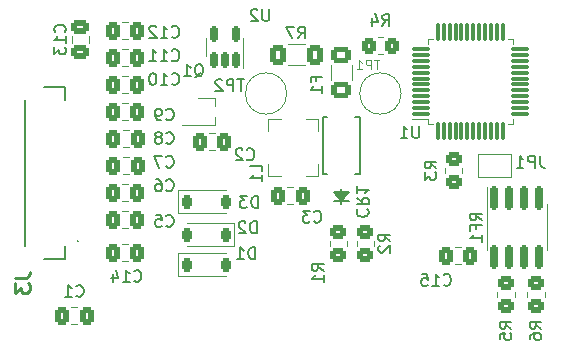
<source format=gbo>
%TF.GenerationSoftware,KiCad,Pcbnew,7.0.5*%
%TF.CreationDate,2023-07-22T13:56:16+02:00*%
%TF.ProjectId,eink-NFC,65696e6b-2d4e-4464-932e-6b696361645f,rev?*%
%TF.SameCoordinates,Original*%
%TF.FileFunction,Legend,Bot*%
%TF.FilePolarity,Positive*%
%FSLAX46Y46*%
G04 Gerber Fmt 4.6, Leading zero omitted, Abs format (unit mm)*
G04 Created by KiCad (PCBNEW 7.0.5) date 2023-07-22 13:56:16*
%MOMM*%
%LPD*%
G01*
G04 APERTURE LIST*
G04 Aperture macros list*
%AMRoundRect*
0 Rectangle with rounded corners*
0 $1 Rounding radius*
0 $2 $3 $4 $5 $6 $7 $8 $9 X,Y pos of 4 corners*
0 Add a 4 corners polygon primitive as box body*
4,1,4,$2,$3,$4,$5,$6,$7,$8,$9,$2,$3,0*
0 Add four circle primitives for the rounded corners*
1,1,$1+$1,$2,$3*
1,1,$1+$1,$4,$5*
1,1,$1+$1,$6,$7*
1,1,$1+$1,$8,$9*
0 Add four rect primitives between the rounded corners*
20,1,$1+$1,$2,$3,$4,$5,0*
20,1,$1+$1,$4,$5,$6,$7,0*
20,1,$1+$1,$6,$7,$8,$9,0*
20,1,$1+$1,$8,$9,$2,$3,0*%
G04 Aperture macros list end*
%ADD10C,0.150000*%
%ADD11C,0.254000*%
%ADD12C,0.125000*%
%ADD13C,0.120000*%
%ADD14C,0.200000*%
%ADD15C,0.100000*%
%ADD16C,0.152400*%
%ADD17RoundRect,0.075000X-0.075000X-0.662500X0.075000X-0.662500X0.075000X0.662500X-0.075000X0.662500X0*%
%ADD18RoundRect,0.075000X-0.662500X-0.075000X0.662500X-0.075000X0.662500X0.075000X-0.662500X0.075000X0*%
%ADD19R,1.500000X0.450000*%
%ADD20RoundRect,0.150000X0.150000X-0.512500X0.150000X0.512500X-0.150000X0.512500X-0.150000X-0.512500X0*%
%ADD21RoundRect,0.150000X-0.150000X0.825000X-0.150000X-0.825000X0.150000X-0.825000X0.150000X0.825000X0*%
%ADD22C,1.800000*%
%ADD23O,1.700000X1.700000*%
%ADD24R,1.700000X1.700000*%
%ADD25RoundRect,0.250000X0.337500X0.475000X-0.337500X0.475000X-0.337500X-0.475000X0.337500X-0.475000X0*%
%ADD26R,3.600000X1.500000*%
%ADD27RoundRect,0.250000X-0.350000X-0.450000X0.350000X-0.450000X0.350000X0.450000X-0.350000X0.450000X0*%
%ADD28RoundRect,0.250000X-0.475000X0.337500X-0.475000X-0.337500X0.475000X-0.337500X0.475000X0.337500X0*%
%ADD29R,0.800000X0.300000*%
%ADD30R,1.000000X0.950000*%
%ADD31RoundRect,0.250000X0.400000X0.625000X-0.400000X0.625000X-0.400000X-0.625000X0.400000X-0.625000X0*%
%ADD32RoundRect,0.225000X-0.225000X-0.375000X0.225000X-0.375000X0.225000X0.375000X-0.225000X0.375000X0*%
%ADD33RoundRect,0.250000X0.450000X-0.350000X0.450000X0.350000X-0.450000X0.350000X-0.450000X-0.350000X0*%
%ADD34RoundRect,0.250001X0.624999X-0.462499X0.624999X0.462499X-0.624999X0.462499X-0.624999X-0.462499X0*%
%ADD35R,1.701800X2.209800*%
%ADD36R,1.000000X1.500000*%
%ADD37RoundRect,0.250000X-0.450000X0.350000X-0.450000X-0.350000X0.450000X-0.350000X0.450000X0.350000X0*%
%ADD38C,3.000000*%
%ADD39RoundRect,0.250000X-0.337500X-0.475000X0.337500X-0.475000X0.337500X0.475000X-0.337500X0.475000X0*%
%ADD40RoundRect,0.225000X0.225000X0.375000X-0.225000X0.375000X-0.225000X-0.375000X0.225000X-0.375000X0*%
G04 APERTURE END LIST*
D10*
%TO.C,U1*%
X147573904Y-77940819D02*
X147573904Y-78750342D01*
X147573904Y-78750342D02*
X147526285Y-78845580D01*
X147526285Y-78845580D02*
X147478666Y-78893200D01*
X147478666Y-78893200D02*
X147383428Y-78940819D01*
X147383428Y-78940819D02*
X147192952Y-78940819D01*
X147192952Y-78940819D02*
X147097714Y-78893200D01*
X147097714Y-78893200D02*
X147050095Y-78845580D01*
X147050095Y-78845580D02*
X147002476Y-78750342D01*
X147002476Y-78750342D02*
X147002476Y-77940819D01*
X146002476Y-78940819D02*
X146573904Y-78940819D01*
X146288190Y-78940819D02*
X146288190Y-77940819D01*
X146288190Y-77940819D02*
X146383428Y-78083676D01*
X146383428Y-78083676D02*
X146478666Y-78178914D01*
X146478666Y-78178914D02*
X146573904Y-78226533D01*
%TO.C,Q1*%
X128568438Y-73803657D02*
X128663676Y-73756038D01*
X128663676Y-73756038D02*
X128758914Y-73660800D01*
X128758914Y-73660800D02*
X128901771Y-73517942D01*
X128901771Y-73517942D02*
X128997009Y-73470323D01*
X128997009Y-73470323D02*
X129092247Y-73470323D01*
X129044628Y-73708419D02*
X129139866Y-73660800D01*
X129139866Y-73660800D02*
X129235104Y-73565561D01*
X129235104Y-73565561D02*
X129282723Y-73375085D01*
X129282723Y-73375085D02*
X129282723Y-73041752D01*
X129282723Y-73041752D02*
X129235104Y-72851276D01*
X129235104Y-72851276D02*
X129139866Y-72756038D01*
X129139866Y-72756038D02*
X129044628Y-72708419D01*
X129044628Y-72708419D02*
X128854152Y-72708419D01*
X128854152Y-72708419D02*
X128758914Y-72756038D01*
X128758914Y-72756038D02*
X128663676Y-72851276D01*
X128663676Y-72851276D02*
X128616057Y-73041752D01*
X128616057Y-73041752D02*
X128616057Y-73375085D01*
X128616057Y-73375085D02*
X128663676Y-73565561D01*
X128663676Y-73565561D02*
X128758914Y-73660800D01*
X128758914Y-73660800D02*
X128854152Y-73708419D01*
X128854152Y-73708419D02*
X129044628Y-73708419D01*
X127663676Y-73708419D02*
X128235104Y-73708419D01*
X127949390Y-73708419D02*
X127949390Y-72708419D01*
X127949390Y-72708419D02*
X128044628Y-72851276D01*
X128044628Y-72851276D02*
X128139866Y-72946514D01*
X128139866Y-72946514D02*
X128235104Y-72994133D01*
%TO.C,U2*%
X134873904Y-68034819D02*
X134873904Y-68844342D01*
X134873904Y-68844342D02*
X134826285Y-68939580D01*
X134826285Y-68939580D02*
X134778666Y-68987200D01*
X134778666Y-68987200D02*
X134683428Y-69034819D01*
X134683428Y-69034819D02*
X134492952Y-69034819D01*
X134492952Y-69034819D02*
X134397714Y-68987200D01*
X134397714Y-68987200D02*
X134350095Y-68939580D01*
X134350095Y-68939580D02*
X134302476Y-68844342D01*
X134302476Y-68844342D02*
X134302476Y-68034819D01*
X133873904Y-68130057D02*
X133826285Y-68082438D01*
X133826285Y-68082438D02*
X133731047Y-68034819D01*
X133731047Y-68034819D02*
X133492952Y-68034819D01*
X133492952Y-68034819D02*
X133397714Y-68082438D01*
X133397714Y-68082438D02*
X133350095Y-68130057D01*
X133350095Y-68130057D02*
X133302476Y-68225295D01*
X133302476Y-68225295D02*
X133302476Y-68320533D01*
X133302476Y-68320533D02*
X133350095Y-68463390D01*
X133350095Y-68463390D02*
X133921523Y-69034819D01*
X133921523Y-69034819D02*
X133302476Y-69034819D01*
%TO.C,RF1*%
X152909219Y-85917161D02*
X152433028Y-85583828D01*
X152909219Y-85345733D02*
X151909219Y-85345733D01*
X151909219Y-85345733D02*
X151909219Y-85726685D01*
X151909219Y-85726685D02*
X151956838Y-85821923D01*
X151956838Y-85821923D02*
X152004457Y-85869542D01*
X152004457Y-85869542D02*
X152099695Y-85917161D01*
X152099695Y-85917161D02*
X152242552Y-85917161D01*
X152242552Y-85917161D02*
X152337790Y-85869542D01*
X152337790Y-85869542D02*
X152385409Y-85821923D01*
X152385409Y-85821923D02*
X152433028Y-85726685D01*
X152433028Y-85726685D02*
X152433028Y-85345733D01*
X152385409Y-86679066D02*
X152385409Y-86345733D01*
X152909219Y-86345733D02*
X151909219Y-86345733D01*
X151909219Y-86345733D02*
X151909219Y-86821923D01*
X152909219Y-87726685D02*
X152909219Y-87155257D01*
X152909219Y-87440971D02*
X151909219Y-87440971D01*
X151909219Y-87440971D02*
X152052076Y-87345733D01*
X152052076Y-87345733D02*
X152147314Y-87250495D01*
X152147314Y-87250495D02*
X152194933Y-87155257D01*
%TO.C,C15*%
X149642857Y-91359580D02*
X149690476Y-91407200D01*
X149690476Y-91407200D02*
X149833333Y-91454819D01*
X149833333Y-91454819D02*
X149928571Y-91454819D01*
X149928571Y-91454819D02*
X150071428Y-91407200D01*
X150071428Y-91407200D02*
X150166666Y-91311961D01*
X150166666Y-91311961D02*
X150214285Y-91216723D01*
X150214285Y-91216723D02*
X150261904Y-91026247D01*
X150261904Y-91026247D02*
X150261904Y-90883390D01*
X150261904Y-90883390D02*
X150214285Y-90692914D01*
X150214285Y-90692914D02*
X150166666Y-90597676D01*
X150166666Y-90597676D02*
X150071428Y-90502438D01*
X150071428Y-90502438D02*
X149928571Y-90454819D01*
X149928571Y-90454819D02*
X149833333Y-90454819D01*
X149833333Y-90454819D02*
X149690476Y-90502438D01*
X149690476Y-90502438D02*
X149642857Y-90550057D01*
X148690476Y-91454819D02*
X149261904Y-91454819D01*
X148976190Y-91454819D02*
X148976190Y-90454819D01*
X148976190Y-90454819D02*
X149071428Y-90597676D01*
X149071428Y-90597676D02*
X149166666Y-90692914D01*
X149166666Y-90692914D02*
X149261904Y-90740533D01*
X147785714Y-90454819D02*
X148261904Y-90454819D01*
X148261904Y-90454819D02*
X148309523Y-90931009D01*
X148309523Y-90931009D02*
X148261904Y-90883390D01*
X148261904Y-90883390D02*
X148166666Y-90835771D01*
X148166666Y-90835771D02*
X147928571Y-90835771D01*
X147928571Y-90835771D02*
X147833333Y-90883390D01*
X147833333Y-90883390D02*
X147785714Y-90931009D01*
X147785714Y-90931009D02*
X147738095Y-91026247D01*
X147738095Y-91026247D02*
X147738095Y-91264342D01*
X147738095Y-91264342D02*
X147785714Y-91359580D01*
X147785714Y-91359580D02*
X147833333Y-91407200D01*
X147833333Y-91407200D02*
X147928571Y-91454819D01*
X147928571Y-91454819D02*
X148166666Y-91454819D01*
X148166666Y-91454819D02*
X148261904Y-91407200D01*
X148261904Y-91407200D02*
X148309523Y-91359580D01*
%TO.C,L1*%
X134254819Y-81763333D02*
X134254819Y-81287143D01*
X134254819Y-81287143D02*
X133254819Y-81287143D01*
X134254819Y-82620476D02*
X134254819Y-82049048D01*
X134254819Y-82334762D02*
X133254819Y-82334762D01*
X133254819Y-82334762D02*
X133397676Y-82239524D01*
X133397676Y-82239524D02*
X133492914Y-82144286D01*
X133492914Y-82144286D02*
X133540533Y-82049048D01*
%TO.C,C12*%
X126642857Y-70359580D02*
X126690476Y-70407200D01*
X126690476Y-70407200D02*
X126833333Y-70454819D01*
X126833333Y-70454819D02*
X126928571Y-70454819D01*
X126928571Y-70454819D02*
X127071428Y-70407200D01*
X127071428Y-70407200D02*
X127166666Y-70311961D01*
X127166666Y-70311961D02*
X127214285Y-70216723D01*
X127214285Y-70216723D02*
X127261904Y-70026247D01*
X127261904Y-70026247D02*
X127261904Y-69883390D01*
X127261904Y-69883390D02*
X127214285Y-69692914D01*
X127214285Y-69692914D02*
X127166666Y-69597676D01*
X127166666Y-69597676D02*
X127071428Y-69502438D01*
X127071428Y-69502438D02*
X126928571Y-69454819D01*
X126928571Y-69454819D02*
X126833333Y-69454819D01*
X126833333Y-69454819D02*
X126690476Y-69502438D01*
X126690476Y-69502438D02*
X126642857Y-69550057D01*
X125690476Y-70454819D02*
X126261904Y-70454819D01*
X125976190Y-70454819D02*
X125976190Y-69454819D01*
X125976190Y-69454819D02*
X126071428Y-69597676D01*
X126071428Y-69597676D02*
X126166666Y-69692914D01*
X126166666Y-69692914D02*
X126261904Y-69740533D01*
X125309523Y-69550057D02*
X125261904Y-69502438D01*
X125261904Y-69502438D02*
X125166666Y-69454819D01*
X125166666Y-69454819D02*
X124928571Y-69454819D01*
X124928571Y-69454819D02*
X124833333Y-69502438D01*
X124833333Y-69502438D02*
X124785714Y-69550057D01*
X124785714Y-69550057D02*
X124738095Y-69645295D01*
X124738095Y-69645295D02*
X124738095Y-69740533D01*
X124738095Y-69740533D02*
X124785714Y-69883390D01*
X124785714Y-69883390D02*
X125357142Y-70454819D01*
X125357142Y-70454819D02*
X124738095Y-70454819D01*
%TO.C,R4*%
X144476166Y-69454819D02*
X144809499Y-68978628D01*
X145047594Y-69454819D02*
X145047594Y-68454819D01*
X145047594Y-68454819D02*
X144666642Y-68454819D01*
X144666642Y-68454819D02*
X144571404Y-68502438D01*
X144571404Y-68502438D02*
X144523785Y-68550057D01*
X144523785Y-68550057D02*
X144476166Y-68645295D01*
X144476166Y-68645295D02*
X144476166Y-68788152D01*
X144476166Y-68788152D02*
X144523785Y-68883390D01*
X144523785Y-68883390D02*
X144571404Y-68931009D01*
X144571404Y-68931009D02*
X144666642Y-68978628D01*
X144666642Y-68978628D02*
X145047594Y-68978628D01*
X143619023Y-68788152D02*
X143619023Y-69454819D01*
X143857118Y-68407200D02*
X144095213Y-69121485D01*
X144095213Y-69121485D02*
X143476166Y-69121485D01*
%TO.C,C7*%
X126166666Y-81359580D02*
X126214285Y-81407200D01*
X126214285Y-81407200D02*
X126357142Y-81454819D01*
X126357142Y-81454819D02*
X126452380Y-81454819D01*
X126452380Y-81454819D02*
X126595237Y-81407200D01*
X126595237Y-81407200D02*
X126690475Y-81311961D01*
X126690475Y-81311961D02*
X126738094Y-81216723D01*
X126738094Y-81216723D02*
X126785713Y-81026247D01*
X126785713Y-81026247D02*
X126785713Y-80883390D01*
X126785713Y-80883390D02*
X126738094Y-80692914D01*
X126738094Y-80692914D02*
X126690475Y-80597676D01*
X126690475Y-80597676D02*
X126595237Y-80502438D01*
X126595237Y-80502438D02*
X126452380Y-80454819D01*
X126452380Y-80454819D02*
X126357142Y-80454819D01*
X126357142Y-80454819D02*
X126214285Y-80502438D01*
X126214285Y-80502438D02*
X126166666Y-80550057D01*
X125833332Y-80454819D02*
X125166666Y-80454819D01*
X125166666Y-80454819D02*
X125595237Y-81454819D01*
%TO.C,C13*%
X117573080Y-69969142D02*
X117620700Y-69921523D01*
X117620700Y-69921523D02*
X117668319Y-69778666D01*
X117668319Y-69778666D02*
X117668319Y-69683428D01*
X117668319Y-69683428D02*
X117620700Y-69540571D01*
X117620700Y-69540571D02*
X117525461Y-69445333D01*
X117525461Y-69445333D02*
X117430223Y-69397714D01*
X117430223Y-69397714D02*
X117239747Y-69350095D01*
X117239747Y-69350095D02*
X117096890Y-69350095D01*
X117096890Y-69350095D02*
X116906414Y-69397714D01*
X116906414Y-69397714D02*
X116811176Y-69445333D01*
X116811176Y-69445333D02*
X116715938Y-69540571D01*
X116715938Y-69540571D02*
X116668319Y-69683428D01*
X116668319Y-69683428D02*
X116668319Y-69778666D01*
X116668319Y-69778666D02*
X116715938Y-69921523D01*
X116715938Y-69921523D02*
X116763557Y-69969142D01*
X117668319Y-70921523D02*
X117668319Y-70350095D01*
X117668319Y-70635809D02*
X116668319Y-70635809D01*
X116668319Y-70635809D02*
X116811176Y-70540571D01*
X116811176Y-70540571D02*
X116906414Y-70445333D01*
X116906414Y-70445333D02*
X116954033Y-70350095D01*
X116668319Y-71254857D02*
X116668319Y-71873904D01*
X116668319Y-71873904D02*
X117049271Y-71540571D01*
X117049271Y-71540571D02*
X117049271Y-71683428D01*
X117049271Y-71683428D02*
X117096890Y-71778666D01*
X117096890Y-71778666D02*
X117144509Y-71826285D01*
X117144509Y-71826285D02*
X117239747Y-71873904D01*
X117239747Y-71873904D02*
X117477842Y-71873904D01*
X117477842Y-71873904D02*
X117573080Y-71826285D01*
X117573080Y-71826285D02*
X117620700Y-71778666D01*
X117620700Y-71778666D02*
X117668319Y-71683428D01*
X117668319Y-71683428D02*
X117668319Y-71397714D01*
X117668319Y-71397714D02*
X117620700Y-71302476D01*
X117620700Y-71302476D02*
X117573080Y-71254857D01*
%TO.C,C6*%
X126166666Y-83359580D02*
X126214285Y-83407200D01*
X126214285Y-83407200D02*
X126357142Y-83454819D01*
X126357142Y-83454819D02*
X126452380Y-83454819D01*
X126452380Y-83454819D02*
X126595237Y-83407200D01*
X126595237Y-83407200D02*
X126690475Y-83311961D01*
X126690475Y-83311961D02*
X126738094Y-83216723D01*
X126738094Y-83216723D02*
X126785713Y-83026247D01*
X126785713Y-83026247D02*
X126785713Y-82883390D01*
X126785713Y-82883390D02*
X126738094Y-82692914D01*
X126738094Y-82692914D02*
X126690475Y-82597676D01*
X126690475Y-82597676D02*
X126595237Y-82502438D01*
X126595237Y-82502438D02*
X126452380Y-82454819D01*
X126452380Y-82454819D02*
X126357142Y-82454819D01*
X126357142Y-82454819D02*
X126214285Y-82502438D01*
X126214285Y-82502438D02*
X126166666Y-82550057D01*
X125309523Y-82454819D02*
X125499999Y-82454819D01*
X125499999Y-82454819D02*
X125595237Y-82502438D01*
X125595237Y-82502438D02*
X125642856Y-82550057D01*
X125642856Y-82550057D02*
X125738094Y-82692914D01*
X125738094Y-82692914D02*
X125785713Y-82883390D01*
X125785713Y-82883390D02*
X125785713Y-83264342D01*
X125785713Y-83264342D02*
X125738094Y-83359580D01*
X125738094Y-83359580D02*
X125690475Y-83407200D01*
X125690475Y-83407200D02*
X125595237Y-83454819D01*
X125595237Y-83454819D02*
X125404761Y-83454819D01*
X125404761Y-83454819D02*
X125309523Y-83407200D01*
X125309523Y-83407200D02*
X125261904Y-83359580D01*
X125261904Y-83359580D02*
X125214285Y-83264342D01*
X125214285Y-83264342D02*
X125214285Y-83026247D01*
X125214285Y-83026247D02*
X125261904Y-82931009D01*
X125261904Y-82931009D02*
X125309523Y-82883390D01*
X125309523Y-82883390D02*
X125404761Y-82835771D01*
X125404761Y-82835771D02*
X125595237Y-82835771D01*
X125595237Y-82835771D02*
X125690475Y-82883390D01*
X125690475Y-82883390D02*
X125738094Y-82931009D01*
X125738094Y-82931009D02*
X125785713Y-83026247D01*
D11*
%TO.C,J3*%
X113350318Y-90762667D02*
X114257461Y-90762667D01*
X114257461Y-90762667D02*
X114438889Y-90702190D01*
X114438889Y-90702190D02*
X114559842Y-90581238D01*
X114559842Y-90581238D02*
X114620318Y-90399809D01*
X114620318Y-90399809D02*
X114620318Y-90278857D01*
X113350318Y-91246476D02*
X113350318Y-92032667D01*
X113350318Y-92032667D02*
X113834127Y-91609333D01*
X113834127Y-91609333D02*
X113834127Y-91790762D01*
X113834127Y-91790762D02*
X113894603Y-91911714D01*
X113894603Y-91911714D02*
X113955080Y-91972190D01*
X113955080Y-91972190D02*
X114076032Y-92032667D01*
X114076032Y-92032667D02*
X114378413Y-92032667D01*
X114378413Y-92032667D02*
X114499365Y-91972190D01*
X114499365Y-91972190D02*
X114559842Y-91911714D01*
X114559842Y-91911714D02*
X114620318Y-91790762D01*
X114620318Y-91790762D02*
X114620318Y-91427905D01*
X114620318Y-91427905D02*
X114559842Y-91306952D01*
X114559842Y-91306952D02*
X114499365Y-91246476D01*
D10*
%TO.C,R7*%
X137348166Y-70516819D02*
X137681499Y-70040628D01*
X137919594Y-70516819D02*
X137919594Y-69516819D01*
X137919594Y-69516819D02*
X137538642Y-69516819D01*
X137538642Y-69516819D02*
X137443404Y-69564438D01*
X137443404Y-69564438D02*
X137395785Y-69612057D01*
X137395785Y-69612057D02*
X137348166Y-69707295D01*
X137348166Y-69707295D02*
X137348166Y-69850152D01*
X137348166Y-69850152D02*
X137395785Y-69945390D01*
X137395785Y-69945390D02*
X137443404Y-69993009D01*
X137443404Y-69993009D02*
X137538642Y-70040628D01*
X137538642Y-70040628D02*
X137919594Y-70040628D01*
X137014832Y-69516819D02*
X136348166Y-69516819D01*
X136348166Y-69516819D02*
X136776737Y-70516819D01*
%TO.C,D3*%
X133910294Y-84859019D02*
X133910294Y-83859019D01*
X133910294Y-83859019D02*
X133672199Y-83859019D01*
X133672199Y-83859019D02*
X133529342Y-83906638D01*
X133529342Y-83906638D02*
X133434104Y-84001876D01*
X133434104Y-84001876D02*
X133386485Y-84097114D01*
X133386485Y-84097114D02*
X133338866Y-84287590D01*
X133338866Y-84287590D02*
X133338866Y-84430447D01*
X133338866Y-84430447D02*
X133386485Y-84620923D01*
X133386485Y-84620923D02*
X133434104Y-84716161D01*
X133434104Y-84716161D02*
X133529342Y-84811400D01*
X133529342Y-84811400D02*
X133672199Y-84859019D01*
X133672199Y-84859019D02*
X133910294Y-84859019D01*
X133005532Y-83859019D02*
X132386485Y-83859019D01*
X132386485Y-83859019D02*
X132719818Y-84239971D01*
X132719818Y-84239971D02*
X132576961Y-84239971D01*
X132576961Y-84239971D02*
X132481723Y-84287590D01*
X132481723Y-84287590D02*
X132434104Y-84335209D01*
X132434104Y-84335209D02*
X132386485Y-84430447D01*
X132386485Y-84430447D02*
X132386485Y-84668542D01*
X132386485Y-84668542D02*
X132434104Y-84763780D01*
X132434104Y-84763780D02*
X132481723Y-84811400D01*
X132481723Y-84811400D02*
X132576961Y-84859019D01*
X132576961Y-84859019D02*
X132862675Y-84859019D01*
X132862675Y-84859019D02*
X132957913Y-84811400D01*
X132957913Y-84811400D02*
X133005532Y-84763780D01*
%TO.C,R5*%
X155394819Y-95083333D02*
X154918628Y-94750000D01*
X155394819Y-94511905D02*
X154394819Y-94511905D01*
X154394819Y-94511905D02*
X154394819Y-94892857D01*
X154394819Y-94892857D02*
X154442438Y-94988095D01*
X154442438Y-94988095D02*
X154490057Y-95035714D01*
X154490057Y-95035714D02*
X154585295Y-95083333D01*
X154585295Y-95083333D02*
X154728152Y-95083333D01*
X154728152Y-95083333D02*
X154823390Y-95035714D01*
X154823390Y-95035714D02*
X154871009Y-94988095D01*
X154871009Y-94988095D02*
X154918628Y-94892857D01*
X154918628Y-94892857D02*
X154918628Y-94511905D01*
X154394819Y-95988095D02*
X154394819Y-95511905D01*
X154394819Y-95511905D02*
X154871009Y-95464286D01*
X154871009Y-95464286D02*
X154823390Y-95511905D01*
X154823390Y-95511905D02*
X154775771Y-95607143D01*
X154775771Y-95607143D02*
X154775771Y-95845238D01*
X154775771Y-95845238D02*
X154823390Y-95940476D01*
X154823390Y-95940476D02*
X154871009Y-95988095D01*
X154871009Y-95988095D02*
X154966247Y-96035714D01*
X154966247Y-96035714D02*
X155204342Y-96035714D01*
X155204342Y-96035714D02*
X155299580Y-95988095D01*
X155299580Y-95988095D02*
X155347200Y-95940476D01*
X155347200Y-95940476D02*
X155394819Y-95845238D01*
X155394819Y-95845238D02*
X155394819Y-95607143D01*
X155394819Y-95607143D02*
X155347200Y-95511905D01*
X155347200Y-95511905D02*
X155299580Y-95464286D01*
%TO.C,F1*%
X138869009Y-74088666D02*
X138869009Y-73755333D01*
X139392819Y-73755333D02*
X138392819Y-73755333D01*
X138392819Y-73755333D02*
X138392819Y-74231523D01*
X139392819Y-75136285D02*
X139392819Y-74564857D01*
X139392819Y-74850571D02*
X138392819Y-74850571D01*
X138392819Y-74850571D02*
X138535676Y-74755333D01*
X138535676Y-74755333D02*
X138630914Y-74660095D01*
X138630914Y-74660095D02*
X138678533Y-74564857D01*
%TO.C,C10*%
X126642857Y-74359580D02*
X126690476Y-74407200D01*
X126690476Y-74407200D02*
X126833333Y-74454819D01*
X126833333Y-74454819D02*
X126928571Y-74454819D01*
X126928571Y-74454819D02*
X127071428Y-74407200D01*
X127071428Y-74407200D02*
X127166666Y-74311961D01*
X127166666Y-74311961D02*
X127214285Y-74216723D01*
X127214285Y-74216723D02*
X127261904Y-74026247D01*
X127261904Y-74026247D02*
X127261904Y-73883390D01*
X127261904Y-73883390D02*
X127214285Y-73692914D01*
X127214285Y-73692914D02*
X127166666Y-73597676D01*
X127166666Y-73597676D02*
X127071428Y-73502438D01*
X127071428Y-73502438D02*
X126928571Y-73454819D01*
X126928571Y-73454819D02*
X126833333Y-73454819D01*
X126833333Y-73454819D02*
X126690476Y-73502438D01*
X126690476Y-73502438D02*
X126642857Y-73550057D01*
X125690476Y-74454819D02*
X126261904Y-74454819D01*
X125976190Y-74454819D02*
X125976190Y-73454819D01*
X125976190Y-73454819D02*
X126071428Y-73597676D01*
X126071428Y-73597676D02*
X126166666Y-73692914D01*
X126166666Y-73692914D02*
X126261904Y-73740533D01*
X125071428Y-73454819D02*
X124976190Y-73454819D01*
X124976190Y-73454819D02*
X124880952Y-73502438D01*
X124880952Y-73502438D02*
X124833333Y-73550057D01*
X124833333Y-73550057D02*
X124785714Y-73645295D01*
X124785714Y-73645295D02*
X124738095Y-73835771D01*
X124738095Y-73835771D02*
X124738095Y-74073866D01*
X124738095Y-74073866D02*
X124785714Y-74264342D01*
X124785714Y-74264342D02*
X124833333Y-74359580D01*
X124833333Y-74359580D02*
X124880952Y-74407200D01*
X124880952Y-74407200D02*
X124976190Y-74454819D01*
X124976190Y-74454819D02*
X125071428Y-74454819D01*
X125071428Y-74454819D02*
X125166666Y-74407200D01*
X125166666Y-74407200D02*
X125214285Y-74359580D01*
X125214285Y-74359580D02*
X125261904Y-74264342D01*
X125261904Y-74264342D02*
X125309523Y-74073866D01*
X125309523Y-74073866D02*
X125309523Y-73835771D01*
X125309523Y-73835771D02*
X125261904Y-73645295D01*
X125261904Y-73645295D02*
X125214285Y-73550057D01*
X125214285Y-73550057D02*
X125166666Y-73502438D01*
X125166666Y-73502438D02*
X125071428Y-73454819D01*
%TO.C,C3*%
X138676666Y-86019580D02*
X138724285Y-86067200D01*
X138724285Y-86067200D02*
X138867142Y-86114819D01*
X138867142Y-86114819D02*
X138962380Y-86114819D01*
X138962380Y-86114819D02*
X139105237Y-86067200D01*
X139105237Y-86067200D02*
X139200475Y-85971961D01*
X139200475Y-85971961D02*
X139248094Y-85876723D01*
X139248094Y-85876723D02*
X139295713Y-85686247D01*
X139295713Y-85686247D02*
X139295713Y-85543390D01*
X139295713Y-85543390D02*
X139248094Y-85352914D01*
X139248094Y-85352914D02*
X139200475Y-85257676D01*
X139200475Y-85257676D02*
X139105237Y-85162438D01*
X139105237Y-85162438D02*
X138962380Y-85114819D01*
X138962380Y-85114819D02*
X138867142Y-85114819D01*
X138867142Y-85114819D02*
X138724285Y-85162438D01*
X138724285Y-85162438D02*
X138676666Y-85210057D01*
X138343332Y-85114819D02*
X137724285Y-85114819D01*
X137724285Y-85114819D02*
X138057618Y-85495771D01*
X138057618Y-85495771D02*
X137914761Y-85495771D01*
X137914761Y-85495771D02*
X137819523Y-85543390D01*
X137819523Y-85543390D02*
X137771904Y-85591009D01*
X137771904Y-85591009D02*
X137724285Y-85686247D01*
X137724285Y-85686247D02*
X137724285Y-85924342D01*
X137724285Y-85924342D02*
X137771904Y-86019580D01*
X137771904Y-86019580D02*
X137819523Y-86067200D01*
X137819523Y-86067200D02*
X137914761Y-86114819D01*
X137914761Y-86114819D02*
X138200475Y-86114819D01*
X138200475Y-86114819D02*
X138295713Y-86067200D01*
X138295713Y-86067200D02*
X138343332Y-86019580D01*
%TO.C,CR1*%
X142388419Y-84994666D02*
X142340800Y-85042285D01*
X142340800Y-85042285D02*
X142293180Y-85185142D01*
X142293180Y-85185142D02*
X142293180Y-85280380D01*
X142293180Y-85280380D02*
X142340800Y-85423237D01*
X142340800Y-85423237D02*
X142436038Y-85518475D01*
X142436038Y-85518475D02*
X142531276Y-85566094D01*
X142531276Y-85566094D02*
X142721752Y-85613713D01*
X142721752Y-85613713D02*
X142864609Y-85613713D01*
X142864609Y-85613713D02*
X143055085Y-85566094D01*
X143055085Y-85566094D02*
X143150323Y-85518475D01*
X143150323Y-85518475D02*
X143245561Y-85423237D01*
X143245561Y-85423237D02*
X143293180Y-85280380D01*
X143293180Y-85280380D02*
X143293180Y-85185142D01*
X143293180Y-85185142D02*
X143245561Y-85042285D01*
X143245561Y-85042285D02*
X143197942Y-84994666D01*
X142293180Y-83994666D02*
X142769371Y-84327999D01*
X142293180Y-84566094D02*
X143293180Y-84566094D01*
X143293180Y-84566094D02*
X143293180Y-84185142D01*
X143293180Y-84185142D02*
X143245561Y-84089904D01*
X143245561Y-84089904D02*
X143197942Y-84042285D01*
X143197942Y-84042285D02*
X143102704Y-83994666D01*
X143102704Y-83994666D02*
X142959847Y-83994666D01*
X142959847Y-83994666D02*
X142864609Y-84042285D01*
X142864609Y-84042285D02*
X142816990Y-84089904D01*
X142816990Y-84089904D02*
X142769371Y-84185142D01*
X142769371Y-84185142D02*
X142769371Y-84566094D01*
X142293180Y-83042285D02*
X142293180Y-83613713D01*
X142293180Y-83327999D02*
X143293180Y-83327999D01*
X143293180Y-83327999D02*
X143150323Y-83423237D01*
X143150323Y-83423237D02*
X143055085Y-83518475D01*
X143055085Y-83518475D02*
X143007466Y-83613713D01*
%TO.C,JP1*%
X157833333Y-80454819D02*
X157833333Y-81169104D01*
X157833333Y-81169104D02*
X157880952Y-81311961D01*
X157880952Y-81311961D02*
X157976190Y-81407200D01*
X157976190Y-81407200D02*
X158119047Y-81454819D01*
X158119047Y-81454819D02*
X158214285Y-81454819D01*
X157357142Y-81454819D02*
X157357142Y-80454819D01*
X157357142Y-80454819D02*
X156976190Y-80454819D01*
X156976190Y-80454819D02*
X156880952Y-80502438D01*
X156880952Y-80502438D02*
X156833333Y-80550057D01*
X156833333Y-80550057D02*
X156785714Y-80645295D01*
X156785714Y-80645295D02*
X156785714Y-80788152D01*
X156785714Y-80788152D02*
X156833333Y-80883390D01*
X156833333Y-80883390D02*
X156880952Y-80931009D01*
X156880952Y-80931009D02*
X156976190Y-80978628D01*
X156976190Y-80978628D02*
X157357142Y-80978628D01*
X155833333Y-81454819D02*
X156404761Y-81454819D01*
X156119047Y-81454819D02*
X156119047Y-80454819D01*
X156119047Y-80454819D02*
X156214285Y-80597676D01*
X156214285Y-80597676D02*
X156309523Y-80692914D01*
X156309523Y-80692914D02*
X156404761Y-80740533D01*
%TO.C,R6*%
X157934819Y-95083333D02*
X157458628Y-94750000D01*
X157934819Y-94511905D02*
X156934819Y-94511905D01*
X156934819Y-94511905D02*
X156934819Y-94892857D01*
X156934819Y-94892857D02*
X156982438Y-94988095D01*
X156982438Y-94988095D02*
X157030057Y-95035714D01*
X157030057Y-95035714D02*
X157125295Y-95083333D01*
X157125295Y-95083333D02*
X157268152Y-95083333D01*
X157268152Y-95083333D02*
X157363390Y-95035714D01*
X157363390Y-95035714D02*
X157411009Y-94988095D01*
X157411009Y-94988095D02*
X157458628Y-94892857D01*
X157458628Y-94892857D02*
X157458628Y-94511905D01*
X156934819Y-95940476D02*
X156934819Y-95750000D01*
X156934819Y-95750000D02*
X156982438Y-95654762D01*
X156982438Y-95654762D02*
X157030057Y-95607143D01*
X157030057Y-95607143D02*
X157172914Y-95511905D01*
X157172914Y-95511905D02*
X157363390Y-95464286D01*
X157363390Y-95464286D02*
X157744342Y-95464286D01*
X157744342Y-95464286D02*
X157839580Y-95511905D01*
X157839580Y-95511905D02*
X157887200Y-95559524D01*
X157887200Y-95559524D02*
X157934819Y-95654762D01*
X157934819Y-95654762D02*
X157934819Y-95845238D01*
X157934819Y-95845238D02*
X157887200Y-95940476D01*
X157887200Y-95940476D02*
X157839580Y-95988095D01*
X157839580Y-95988095D02*
X157744342Y-96035714D01*
X157744342Y-96035714D02*
X157506247Y-96035714D01*
X157506247Y-96035714D02*
X157411009Y-95988095D01*
X157411009Y-95988095D02*
X157363390Y-95940476D01*
X157363390Y-95940476D02*
X157315771Y-95845238D01*
X157315771Y-95845238D02*
X157315771Y-95654762D01*
X157315771Y-95654762D02*
X157363390Y-95559524D01*
X157363390Y-95559524D02*
X157411009Y-95511905D01*
X157411009Y-95511905D02*
X157506247Y-95464286D01*
%TO.C,C9*%
X126166666Y-77359580D02*
X126214285Y-77407200D01*
X126214285Y-77407200D02*
X126357142Y-77454819D01*
X126357142Y-77454819D02*
X126452380Y-77454819D01*
X126452380Y-77454819D02*
X126595237Y-77407200D01*
X126595237Y-77407200D02*
X126690475Y-77311961D01*
X126690475Y-77311961D02*
X126738094Y-77216723D01*
X126738094Y-77216723D02*
X126785713Y-77026247D01*
X126785713Y-77026247D02*
X126785713Y-76883390D01*
X126785713Y-76883390D02*
X126738094Y-76692914D01*
X126738094Y-76692914D02*
X126690475Y-76597676D01*
X126690475Y-76597676D02*
X126595237Y-76502438D01*
X126595237Y-76502438D02*
X126452380Y-76454819D01*
X126452380Y-76454819D02*
X126357142Y-76454819D01*
X126357142Y-76454819D02*
X126214285Y-76502438D01*
X126214285Y-76502438D02*
X126166666Y-76550057D01*
X125690475Y-77454819D02*
X125499999Y-77454819D01*
X125499999Y-77454819D02*
X125404761Y-77407200D01*
X125404761Y-77407200D02*
X125357142Y-77359580D01*
X125357142Y-77359580D02*
X125261904Y-77216723D01*
X125261904Y-77216723D02*
X125214285Y-77026247D01*
X125214285Y-77026247D02*
X125214285Y-76645295D01*
X125214285Y-76645295D02*
X125261904Y-76550057D01*
X125261904Y-76550057D02*
X125309523Y-76502438D01*
X125309523Y-76502438D02*
X125404761Y-76454819D01*
X125404761Y-76454819D02*
X125595237Y-76454819D01*
X125595237Y-76454819D02*
X125690475Y-76502438D01*
X125690475Y-76502438D02*
X125738094Y-76550057D01*
X125738094Y-76550057D02*
X125785713Y-76645295D01*
X125785713Y-76645295D02*
X125785713Y-76883390D01*
X125785713Y-76883390D02*
X125738094Y-76978628D01*
X125738094Y-76978628D02*
X125690475Y-77026247D01*
X125690475Y-77026247D02*
X125595237Y-77073866D01*
X125595237Y-77073866D02*
X125404761Y-77073866D01*
X125404761Y-77073866D02*
X125309523Y-77026247D01*
X125309523Y-77026247D02*
X125261904Y-76978628D01*
X125261904Y-76978628D02*
X125214285Y-76883390D01*
%TO.C,R3*%
X149044819Y-81519733D02*
X148568628Y-81186400D01*
X149044819Y-80948305D02*
X148044819Y-80948305D01*
X148044819Y-80948305D02*
X148044819Y-81329257D01*
X148044819Y-81329257D02*
X148092438Y-81424495D01*
X148092438Y-81424495D02*
X148140057Y-81472114D01*
X148140057Y-81472114D02*
X148235295Y-81519733D01*
X148235295Y-81519733D02*
X148378152Y-81519733D01*
X148378152Y-81519733D02*
X148473390Y-81472114D01*
X148473390Y-81472114D02*
X148521009Y-81424495D01*
X148521009Y-81424495D02*
X148568628Y-81329257D01*
X148568628Y-81329257D02*
X148568628Y-80948305D01*
X148044819Y-81853067D02*
X148044819Y-82472114D01*
X148044819Y-82472114D02*
X148425771Y-82138781D01*
X148425771Y-82138781D02*
X148425771Y-82281638D01*
X148425771Y-82281638D02*
X148473390Y-82376876D01*
X148473390Y-82376876D02*
X148521009Y-82424495D01*
X148521009Y-82424495D02*
X148616247Y-82472114D01*
X148616247Y-82472114D02*
X148854342Y-82472114D01*
X148854342Y-82472114D02*
X148949580Y-82424495D01*
X148949580Y-82424495D02*
X148997200Y-82376876D01*
X148997200Y-82376876D02*
X149044819Y-82281638D01*
X149044819Y-82281638D02*
X149044819Y-81995924D01*
X149044819Y-81995924D02*
X148997200Y-81900686D01*
X148997200Y-81900686D02*
X148949580Y-81853067D01*
%TO.C,D1*%
X133681694Y-89202419D02*
X133681694Y-88202419D01*
X133681694Y-88202419D02*
X133443599Y-88202419D01*
X133443599Y-88202419D02*
X133300742Y-88250038D01*
X133300742Y-88250038D02*
X133205504Y-88345276D01*
X133205504Y-88345276D02*
X133157885Y-88440514D01*
X133157885Y-88440514D02*
X133110266Y-88630990D01*
X133110266Y-88630990D02*
X133110266Y-88773847D01*
X133110266Y-88773847D02*
X133157885Y-88964323D01*
X133157885Y-88964323D02*
X133205504Y-89059561D01*
X133205504Y-89059561D02*
X133300742Y-89154800D01*
X133300742Y-89154800D02*
X133443599Y-89202419D01*
X133443599Y-89202419D02*
X133681694Y-89202419D01*
X132157885Y-89202419D02*
X132729313Y-89202419D01*
X132443599Y-89202419D02*
X132443599Y-88202419D01*
X132443599Y-88202419D02*
X132538837Y-88345276D01*
X132538837Y-88345276D02*
X132634075Y-88440514D01*
X132634075Y-88440514D02*
X132729313Y-88488133D01*
%TO.C,C14*%
X123451857Y-91037580D02*
X123499476Y-91085200D01*
X123499476Y-91085200D02*
X123642333Y-91132819D01*
X123642333Y-91132819D02*
X123737571Y-91132819D01*
X123737571Y-91132819D02*
X123880428Y-91085200D01*
X123880428Y-91085200D02*
X123975666Y-90989961D01*
X123975666Y-90989961D02*
X124023285Y-90894723D01*
X124023285Y-90894723D02*
X124070904Y-90704247D01*
X124070904Y-90704247D02*
X124070904Y-90561390D01*
X124070904Y-90561390D02*
X124023285Y-90370914D01*
X124023285Y-90370914D02*
X123975666Y-90275676D01*
X123975666Y-90275676D02*
X123880428Y-90180438D01*
X123880428Y-90180438D02*
X123737571Y-90132819D01*
X123737571Y-90132819D02*
X123642333Y-90132819D01*
X123642333Y-90132819D02*
X123499476Y-90180438D01*
X123499476Y-90180438D02*
X123451857Y-90228057D01*
X122499476Y-91132819D02*
X123070904Y-91132819D01*
X122785190Y-91132819D02*
X122785190Y-90132819D01*
X122785190Y-90132819D02*
X122880428Y-90275676D01*
X122880428Y-90275676D02*
X122975666Y-90370914D01*
X122975666Y-90370914D02*
X123070904Y-90418533D01*
X121642333Y-90466152D02*
X121642333Y-91132819D01*
X121880428Y-90085200D02*
X122118523Y-90799485D01*
X122118523Y-90799485D02*
X121499476Y-90799485D01*
%TO.C,C8*%
X126166666Y-79359580D02*
X126214285Y-79407200D01*
X126214285Y-79407200D02*
X126357142Y-79454819D01*
X126357142Y-79454819D02*
X126452380Y-79454819D01*
X126452380Y-79454819D02*
X126595237Y-79407200D01*
X126595237Y-79407200D02*
X126690475Y-79311961D01*
X126690475Y-79311961D02*
X126738094Y-79216723D01*
X126738094Y-79216723D02*
X126785713Y-79026247D01*
X126785713Y-79026247D02*
X126785713Y-78883390D01*
X126785713Y-78883390D02*
X126738094Y-78692914D01*
X126738094Y-78692914D02*
X126690475Y-78597676D01*
X126690475Y-78597676D02*
X126595237Y-78502438D01*
X126595237Y-78502438D02*
X126452380Y-78454819D01*
X126452380Y-78454819D02*
X126357142Y-78454819D01*
X126357142Y-78454819D02*
X126214285Y-78502438D01*
X126214285Y-78502438D02*
X126166666Y-78550057D01*
X125595237Y-78883390D02*
X125690475Y-78835771D01*
X125690475Y-78835771D02*
X125738094Y-78788152D01*
X125738094Y-78788152D02*
X125785713Y-78692914D01*
X125785713Y-78692914D02*
X125785713Y-78645295D01*
X125785713Y-78645295D02*
X125738094Y-78550057D01*
X125738094Y-78550057D02*
X125690475Y-78502438D01*
X125690475Y-78502438D02*
X125595237Y-78454819D01*
X125595237Y-78454819D02*
X125404761Y-78454819D01*
X125404761Y-78454819D02*
X125309523Y-78502438D01*
X125309523Y-78502438D02*
X125261904Y-78550057D01*
X125261904Y-78550057D02*
X125214285Y-78645295D01*
X125214285Y-78645295D02*
X125214285Y-78692914D01*
X125214285Y-78692914D02*
X125261904Y-78788152D01*
X125261904Y-78788152D02*
X125309523Y-78835771D01*
X125309523Y-78835771D02*
X125404761Y-78883390D01*
X125404761Y-78883390D02*
X125595237Y-78883390D01*
X125595237Y-78883390D02*
X125690475Y-78931009D01*
X125690475Y-78931009D02*
X125738094Y-78978628D01*
X125738094Y-78978628D02*
X125785713Y-79073866D01*
X125785713Y-79073866D02*
X125785713Y-79264342D01*
X125785713Y-79264342D02*
X125738094Y-79359580D01*
X125738094Y-79359580D02*
X125690475Y-79407200D01*
X125690475Y-79407200D02*
X125595237Y-79454819D01*
X125595237Y-79454819D02*
X125404761Y-79454819D01*
X125404761Y-79454819D02*
X125309523Y-79407200D01*
X125309523Y-79407200D02*
X125261904Y-79359580D01*
X125261904Y-79359580D02*
X125214285Y-79264342D01*
X125214285Y-79264342D02*
X125214285Y-79073866D01*
X125214285Y-79073866D02*
X125261904Y-78978628D01*
X125261904Y-78978628D02*
X125309523Y-78931009D01*
X125309523Y-78931009D02*
X125404761Y-78883390D01*
%TO.C,C5*%
X126166666Y-86359580D02*
X126214285Y-86407200D01*
X126214285Y-86407200D02*
X126357142Y-86454819D01*
X126357142Y-86454819D02*
X126452380Y-86454819D01*
X126452380Y-86454819D02*
X126595237Y-86407200D01*
X126595237Y-86407200D02*
X126690475Y-86311961D01*
X126690475Y-86311961D02*
X126738094Y-86216723D01*
X126738094Y-86216723D02*
X126785713Y-86026247D01*
X126785713Y-86026247D02*
X126785713Y-85883390D01*
X126785713Y-85883390D02*
X126738094Y-85692914D01*
X126738094Y-85692914D02*
X126690475Y-85597676D01*
X126690475Y-85597676D02*
X126595237Y-85502438D01*
X126595237Y-85502438D02*
X126452380Y-85454819D01*
X126452380Y-85454819D02*
X126357142Y-85454819D01*
X126357142Y-85454819D02*
X126214285Y-85502438D01*
X126214285Y-85502438D02*
X126166666Y-85550057D01*
X125261904Y-85454819D02*
X125738094Y-85454819D01*
X125738094Y-85454819D02*
X125785713Y-85931009D01*
X125785713Y-85931009D02*
X125738094Y-85883390D01*
X125738094Y-85883390D02*
X125642856Y-85835771D01*
X125642856Y-85835771D02*
X125404761Y-85835771D01*
X125404761Y-85835771D02*
X125309523Y-85883390D01*
X125309523Y-85883390D02*
X125261904Y-85931009D01*
X125261904Y-85931009D02*
X125214285Y-86026247D01*
X125214285Y-86026247D02*
X125214285Y-86264342D01*
X125214285Y-86264342D02*
X125261904Y-86359580D01*
X125261904Y-86359580D02*
X125309523Y-86407200D01*
X125309523Y-86407200D02*
X125404761Y-86454819D01*
X125404761Y-86454819D02*
X125642856Y-86454819D01*
X125642856Y-86454819D02*
X125738094Y-86407200D01*
X125738094Y-86407200D02*
X125785713Y-86359580D01*
D12*
%TO.C,TP1*%
X144219523Y-72333595D02*
X143762380Y-72333595D01*
X143990952Y-73133595D02*
X143990952Y-72333595D01*
X143495713Y-73133595D02*
X143495713Y-72333595D01*
X143495713Y-72333595D02*
X143190951Y-72333595D01*
X143190951Y-72333595D02*
X143114761Y-72371690D01*
X143114761Y-72371690D02*
X143076666Y-72409785D01*
X143076666Y-72409785D02*
X143038570Y-72485976D01*
X143038570Y-72485976D02*
X143038570Y-72600261D01*
X143038570Y-72600261D02*
X143076666Y-72676452D01*
X143076666Y-72676452D02*
X143114761Y-72714547D01*
X143114761Y-72714547D02*
X143190951Y-72752642D01*
X143190951Y-72752642D02*
X143495713Y-72752642D01*
X142276666Y-73133595D02*
X142733809Y-73133595D01*
X142505237Y-73133595D02*
X142505237Y-72333595D01*
X142505237Y-72333595D02*
X142581428Y-72447880D01*
X142581428Y-72447880D02*
X142657618Y-72524071D01*
X142657618Y-72524071D02*
X142733809Y-72562166D01*
D10*
%TO.C,R2*%
X145128319Y-87701333D02*
X144652128Y-87368000D01*
X145128319Y-87129905D02*
X144128319Y-87129905D01*
X144128319Y-87129905D02*
X144128319Y-87510857D01*
X144128319Y-87510857D02*
X144175938Y-87606095D01*
X144175938Y-87606095D02*
X144223557Y-87653714D01*
X144223557Y-87653714D02*
X144318795Y-87701333D01*
X144318795Y-87701333D02*
X144461652Y-87701333D01*
X144461652Y-87701333D02*
X144556890Y-87653714D01*
X144556890Y-87653714D02*
X144604509Y-87606095D01*
X144604509Y-87606095D02*
X144652128Y-87510857D01*
X144652128Y-87510857D02*
X144652128Y-87129905D01*
X144223557Y-88082286D02*
X144175938Y-88129905D01*
X144175938Y-88129905D02*
X144128319Y-88225143D01*
X144128319Y-88225143D02*
X144128319Y-88463238D01*
X144128319Y-88463238D02*
X144175938Y-88558476D01*
X144175938Y-88558476D02*
X144223557Y-88606095D01*
X144223557Y-88606095D02*
X144318795Y-88653714D01*
X144318795Y-88653714D02*
X144414033Y-88653714D01*
X144414033Y-88653714D02*
X144556890Y-88606095D01*
X144556890Y-88606095D02*
X145128319Y-88034667D01*
X145128319Y-88034667D02*
X145128319Y-88653714D01*
%TO.C,C2*%
X132986666Y-80739580D02*
X133034285Y-80787200D01*
X133034285Y-80787200D02*
X133177142Y-80834819D01*
X133177142Y-80834819D02*
X133272380Y-80834819D01*
X133272380Y-80834819D02*
X133415237Y-80787200D01*
X133415237Y-80787200D02*
X133510475Y-80691961D01*
X133510475Y-80691961D02*
X133558094Y-80596723D01*
X133558094Y-80596723D02*
X133605713Y-80406247D01*
X133605713Y-80406247D02*
X133605713Y-80263390D01*
X133605713Y-80263390D02*
X133558094Y-80072914D01*
X133558094Y-80072914D02*
X133510475Y-79977676D01*
X133510475Y-79977676D02*
X133415237Y-79882438D01*
X133415237Y-79882438D02*
X133272380Y-79834819D01*
X133272380Y-79834819D02*
X133177142Y-79834819D01*
X133177142Y-79834819D02*
X133034285Y-79882438D01*
X133034285Y-79882438D02*
X132986666Y-79930057D01*
X132605713Y-79930057D02*
X132558094Y-79882438D01*
X132558094Y-79882438D02*
X132462856Y-79834819D01*
X132462856Y-79834819D02*
X132224761Y-79834819D01*
X132224761Y-79834819D02*
X132129523Y-79882438D01*
X132129523Y-79882438D02*
X132081904Y-79930057D01*
X132081904Y-79930057D02*
X132034285Y-80025295D01*
X132034285Y-80025295D02*
X132034285Y-80120533D01*
X132034285Y-80120533D02*
X132081904Y-80263390D01*
X132081904Y-80263390D02*
X132653332Y-80834819D01*
X132653332Y-80834819D02*
X132034285Y-80834819D01*
%TO.C,TP2*%
X132757704Y-73978419D02*
X132186276Y-73978419D01*
X132471990Y-74978419D02*
X132471990Y-73978419D01*
X131852942Y-74978419D02*
X131852942Y-73978419D01*
X131852942Y-73978419D02*
X131471990Y-73978419D01*
X131471990Y-73978419D02*
X131376752Y-74026038D01*
X131376752Y-74026038D02*
X131329133Y-74073657D01*
X131329133Y-74073657D02*
X131281514Y-74168895D01*
X131281514Y-74168895D02*
X131281514Y-74311752D01*
X131281514Y-74311752D02*
X131329133Y-74406990D01*
X131329133Y-74406990D02*
X131376752Y-74454609D01*
X131376752Y-74454609D02*
X131471990Y-74502228D01*
X131471990Y-74502228D02*
X131852942Y-74502228D01*
X130900561Y-74073657D02*
X130852942Y-74026038D01*
X130852942Y-74026038D02*
X130757704Y-73978419D01*
X130757704Y-73978419D02*
X130519609Y-73978419D01*
X130519609Y-73978419D02*
X130424371Y-74026038D01*
X130424371Y-74026038D02*
X130376752Y-74073657D01*
X130376752Y-74073657D02*
X130329133Y-74168895D01*
X130329133Y-74168895D02*
X130329133Y-74264133D01*
X130329133Y-74264133D02*
X130376752Y-74406990D01*
X130376752Y-74406990D02*
X130948180Y-74978419D01*
X130948180Y-74978419D02*
X130329133Y-74978419D01*
%TO.C,R1*%
X139484819Y-90183333D02*
X139008628Y-89850000D01*
X139484819Y-89611905D02*
X138484819Y-89611905D01*
X138484819Y-89611905D02*
X138484819Y-89992857D01*
X138484819Y-89992857D02*
X138532438Y-90088095D01*
X138532438Y-90088095D02*
X138580057Y-90135714D01*
X138580057Y-90135714D02*
X138675295Y-90183333D01*
X138675295Y-90183333D02*
X138818152Y-90183333D01*
X138818152Y-90183333D02*
X138913390Y-90135714D01*
X138913390Y-90135714D02*
X138961009Y-90088095D01*
X138961009Y-90088095D02*
X139008628Y-89992857D01*
X139008628Y-89992857D02*
X139008628Y-89611905D01*
X139484819Y-91135714D02*
X139484819Y-90564286D01*
X139484819Y-90850000D02*
X138484819Y-90850000D01*
X138484819Y-90850000D02*
X138627676Y-90754762D01*
X138627676Y-90754762D02*
X138722914Y-90659524D01*
X138722914Y-90659524D02*
X138770533Y-90564286D01*
%TO.C,C1*%
X118552166Y-92307580D02*
X118599785Y-92355200D01*
X118599785Y-92355200D02*
X118742642Y-92402819D01*
X118742642Y-92402819D02*
X118837880Y-92402819D01*
X118837880Y-92402819D02*
X118980737Y-92355200D01*
X118980737Y-92355200D02*
X119075975Y-92259961D01*
X119075975Y-92259961D02*
X119123594Y-92164723D01*
X119123594Y-92164723D02*
X119171213Y-91974247D01*
X119171213Y-91974247D02*
X119171213Y-91831390D01*
X119171213Y-91831390D02*
X119123594Y-91640914D01*
X119123594Y-91640914D02*
X119075975Y-91545676D01*
X119075975Y-91545676D02*
X118980737Y-91450438D01*
X118980737Y-91450438D02*
X118837880Y-91402819D01*
X118837880Y-91402819D02*
X118742642Y-91402819D01*
X118742642Y-91402819D02*
X118599785Y-91450438D01*
X118599785Y-91450438D02*
X118552166Y-91498057D01*
X117599785Y-92402819D02*
X118171213Y-92402819D01*
X117885499Y-92402819D02*
X117885499Y-91402819D01*
X117885499Y-91402819D02*
X117980737Y-91545676D01*
X117980737Y-91545676D02*
X118075975Y-91640914D01*
X118075975Y-91640914D02*
X118171213Y-91688533D01*
%TO.C,D2*%
X133808694Y-87018019D02*
X133808694Y-86018019D01*
X133808694Y-86018019D02*
X133570599Y-86018019D01*
X133570599Y-86018019D02*
X133427742Y-86065638D01*
X133427742Y-86065638D02*
X133332504Y-86160876D01*
X133332504Y-86160876D02*
X133284885Y-86256114D01*
X133284885Y-86256114D02*
X133237266Y-86446590D01*
X133237266Y-86446590D02*
X133237266Y-86589447D01*
X133237266Y-86589447D02*
X133284885Y-86779923D01*
X133284885Y-86779923D02*
X133332504Y-86875161D01*
X133332504Y-86875161D02*
X133427742Y-86970400D01*
X133427742Y-86970400D02*
X133570599Y-87018019D01*
X133570599Y-87018019D02*
X133808694Y-87018019D01*
X132856313Y-86113257D02*
X132808694Y-86065638D01*
X132808694Y-86065638D02*
X132713456Y-86018019D01*
X132713456Y-86018019D02*
X132475361Y-86018019D01*
X132475361Y-86018019D02*
X132380123Y-86065638D01*
X132380123Y-86065638D02*
X132332504Y-86113257D01*
X132332504Y-86113257D02*
X132284885Y-86208495D01*
X132284885Y-86208495D02*
X132284885Y-86303733D01*
X132284885Y-86303733D02*
X132332504Y-86446590D01*
X132332504Y-86446590D02*
X132903932Y-87018019D01*
X132903932Y-87018019D02*
X132284885Y-87018019D01*
%TO.C,C11*%
X126642857Y-72359580D02*
X126690476Y-72407200D01*
X126690476Y-72407200D02*
X126833333Y-72454819D01*
X126833333Y-72454819D02*
X126928571Y-72454819D01*
X126928571Y-72454819D02*
X127071428Y-72407200D01*
X127071428Y-72407200D02*
X127166666Y-72311961D01*
X127166666Y-72311961D02*
X127214285Y-72216723D01*
X127214285Y-72216723D02*
X127261904Y-72026247D01*
X127261904Y-72026247D02*
X127261904Y-71883390D01*
X127261904Y-71883390D02*
X127214285Y-71692914D01*
X127214285Y-71692914D02*
X127166666Y-71597676D01*
X127166666Y-71597676D02*
X127071428Y-71502438D01*
X127071428Y-71502438D02*
X126928571Y-71454819D01*
X126928571Y-71454819D02*
X126833333Y-71454819D01*
X126833333Y-71454819D02*
X126690476Y-71502438D01*
X126690476Y-71502438D02*
X126642857Y-71550057D01*
X125690476Y-72454819D02*
X126261904Y-72454819D01*
X125976190Y-72454819D02*
X125976190Y-71454819D01*
X125976190Y-71454819D02*
X126071428Y-71597676D01*
X126071428Y-71597676D02*
X126166666Y-71692914D01*
X126166666Y-71692914D02*
X126261904Y-71740533D01*
X124738095Y-72454819D02*
X125309523Y-72454819D01*
X125023809Y-72454819D02*
X125023809Y-71454819D01*
X125023809Y-71454819D02*
X125119047Y-71597676D01*
X125119047Y-71597676D02*
X125214285Y-71692914D01*
X125214285Y-71692914D02*
X125309523Y-71740533D01*
D13*
%TO.C,U1*%
X155523500Y-77777000D02*
X155523500Y-77327000D01*
X155523500Y-70557000D02*
X155523500Y-71007000D01*
X155073500Y-77777000D02*
X155523500Y-77777000D01*
X155073500Y-70557000D02*
X155523500Y-70557000D01*
X148753500Y-77777000D02*
X148303500Y-77777000D01*
X148753500Y-70557000D02*
X148303500Y-70557000D01*
X148303500Y-77777000D02*
X148303500Y-77327000D01*
X148303500Y-77327000D02*
X147013500Y-77327000D01*
X148303500Y-70557000D02*
X148303500Y-71007000D01*
%TO.C,Q1*%
X128865000Y-75548000D02*
X130275000Y-75548000D01*
X130275000Y-76208000D02*
X130275000Y-75548000D01*
X130275000Y-77868000D02*
X127540000Y-77868000D01*
X130275000Y-77878000D02*
X130275000Y-77208000D01*
%TO.C,U2*%
X129570000Y-71241500D02*
X129570000Y-72041500D01*
X132690000Y-71241500D02*
X132690000Y-73041500D01*
X132690000Y-71241500D02*
X132690000Y-70441500D01*
X129570000Y-71241500D02*
X129570000Y-70441500D01*
%TO.C,RF1*%
X158414400Y-86512400D02*
X158414400Y-84562400D01*
X153294400Y-86512400D02*
X153294400Y-83062400D01*
X158414400Y-86512400D02*
X158414400Y-88462400D01*
X153294400Y-86512400D02*
X153294400Y-88462400D01*
%TO.C,C15*%
X151137252Y-89635000D02*
X150614748Y-89635000D01*
X151137252Y-88165000D02*
X150614748Y-88165000D01*
%TO.C,L1*%
X139037500Y-77372000D02*
X138012500Y-77372000D01*
X139037500Y-77372000D02*
X139037500Y-78397000D01*
X134817500Y-77372000D02*
X135842500Y-77372000D01*
X134817500Y-77372000D02*
X134817500Y-78397000D01*
X139037500Y-82142000D02*
X139037500Y-81117000D01*
X139037500Y-82142000D02*
X138012500Y-82142000D01*
X134817500Y-82142000D02*
X134817500Y-81117000D01*
X134817500Y-82142000D02*
X135842500Y-82142000D01*
%TO.C,C12*%
X122943252Y-70585000D02*
X122420748Y-70585000D01*
X122943252Y-69115000D02*
X122420748Y-69115000D01*
%TO.C,R4*%
X144082436Y-70385000D02*
X144536564Y-70385000D01*
X144082436Y-71855000D02*
X144536564Y-71855000D01*
%TO.C,C7*%
X122986252Y-82015000D02*
X122463748Y-82015000D01*
X122986252Y-80545000D02*
X122463748Y-80545000D01*
%TO.C,C13*%
X119628500Y-70350748D02*
X119628500Y-70873252D01*
X118158500Y-70350748D02*
X118158500Y-70873252D01*
%TO.C,C6*%
X122943252Y-84301000D02*
X122420748Y-84301000D01*
X122943252Y-82831000D02*
X122420748Y-82831000D01*
D14*
%TO.C,J3*%
X115787000Y-89155000D02*
X117612000Y-89155000D01*
X117612000Y-89155000D02*
X117612000Y-88105000D01*
X114212000Y-88105000D02*
X114212000Y-75705000D01*
D15*
X118612000Y-87655000D02*
X118612000Y-87655000D01*
X118712000Y-87655000D02*
X118712000Y-87655000D01*
D14*
X115787000Y-74655000D02*
X117612000Y-74655000D01*
X117612000Y-74655000D02*
X117612000Y-75705000D01*
D15*
X118712000Y-87655000D02*
G75*
G03*
X118612000Y-87655000I-50000J0D01*
G01*
X118612000Y-87655000D02*
G75*
G03*
X118712000Y-87655000I50000J0D01*
G01*
D13*
%TO.C,R7*%
X137908564Y-72792000D02*
X136454436Y-72792000D01*
X137908564Y-70972000D02*
X136454436Y-70972000D01*
%TO.C,D3*%
X127180000Y-83328000D02*
X131190000Y-83328000D01*
X127180000Y-85328000D02*
X127180000Y-83328000D01*
X127180000Y-85328000D02*
X131190000Y-85328000D01*
%TO.C,R5*%
X154205000Y-92413064D02*
X154205000Y-91958936D01*
X155675000Y-92413064D02*
X155675000Y-91958936D01*
%TO.C,F1*%
X140081500Y-74008064D02*
X140081500Y-72803936D01*
X141901500Y-74008064D02*
X141901500Y-72803936D01*
%TO.C,C10*%
X122943252Y-75157000D02*
X122420748Y-75157000D01*
X122943252Y-73687000D02*
X122420748Y-73687000D01*
%TO.C,C3*%
X136934752Y-84555000D02*
X136412248Y-84555000D01*
X136934752Y-83085000D02*
X136412248Y-83085000D01*
D16*
%TO.C,CR1*%
X140991500Y-84289900D02*
X140356500Y-83527900D01*
X140991500Y-84289900D02*
X140483500Y-83527900D01*
X140991500Y-84289900D02*
X140610500Y-83527900D01*
X140991500Y-84289900D02*
X140737500Y-83527900D01*
X140991500Y-84289900D02*
X140864500Y-83527900D01*
X140991500Y-84289900D02*
X141118500Y-83527900D01*
X140991500Y-84289900D02*
X141245500Y-83527900D01*
X140991500Y-84289900D02*
X141372500Y-83527900D01*
X140991500Y-84289900D02*
X141499500Y-83527900D01*
X140991500Y-84289900D02*
X141626500Y-83527900D01*
X141626500Y-84289900D02*
X140356500Y-84289900D01*
X141626500Y-83527900D02*
X140356500Y-83527900D01*
X140991500Y-83273900D02*
X140991500Y-84543900D01*
X139416700Y-82029300D02*
X139416700Y-77177900D01*
X139807860Y-82029300D02*
X139416700Y-82029300D01*
X142566300Y-82029300D02*
X142175140Y-82029300D01*
X139416700Y-77177900D02*
X139807860Y-77177900D01*
X142175140Y-77177900D02*
X142566300Y-77177900D01*
X142566300Y-77177900D02*
X142566300Y-82029300D01*
D13*
%TO.C,JP1*%
X152524000Y-80280000D02*
X152524000Y-82280000D01*
X152524000Y-82280000D02*
X155324000Y-82280000D01*
X155324000Y-80280000D02*
X152524000Y-80280000D01*
X155324000Y-82280000D02*
X155324000Y-80280000D01*
%TO.C,R6*%
X156745000Y-92413064D02*
X156745000Y-91958936D01*
X158215000Y-92413064D02*
X158215000Y-91958936D01*
%TO.C,C9*%
X122943252Y-77443000D02*
X122420748Y-77443000D01*
X122943252Y-75973000D02*
X122420748Y-75973000D01*
%TO.C,R3*%
X151230000Y-81459336D02*
X151230000Y-81913464D01*
X149760000Y-81459336D02*
X149760000Y-81913464D01*
%TO.C,D1*%
X127180000Y-88662000D02*
X131190000Y-88662000D01*
X127180000Y-90662000D02*
X127180000Y-88662000D01*
X127180000Y-90662000D02*
X131190000Y-90662000D01*
%TO.C,C14*%
X122943252Y-89381000D02*
X122420748Y-89381000D01*
X122943252Y-87911000D02*
X122420748Y-87911000D01*
%TO.C,C8*%
X122986252Y-79729000D02*
X122463748Y-79729000D01*
X122986252Y-78259000D02*
X122463748Y-78259000D01*
%TO.C,C5*%
X122943252Y-86587000D02*
X122420748Y-86587000D01*
X122943252Y-85117000D02*
X122420748Y-85117000D01*
%TO.C,TP1*%
X146043500Y-75184000D02*
G75*
G03*
X146043500Y-75184000I-1750000J0D01*
G01*
%TO.C,R2*%
X142288500Y-88095064D02*
X142288500Y-87640936D01*
X143758500Y-88095064D02*
X143758500Y-87640936D01*
%TO.C,C2*%
X130309252Y-79983000D02*
X129786748Y-79983000D01*
X130309252Y-78513000D02*
X129786748Y-78513000D01*
%TO.C,TP2*%
X136370000Y-75184000D02*
G75*
G03*
X136370000Y-75184000I-1750000J0D01*
G01*
%TO.C,R1*%
X140002500Y-88095064D02*
X140002500Y-87640936D01*
X141472500Y-88095064D02*
X141472500Y-87640936D01*
%TO.C,C1*%
X118124248Y-93245000D02*
X118646752Y-93245000D01*
X118124248Y-94715000D02*
X118646752Y-94715000D01*
%TO.C,D2*%
X131900000Y-88122000D02*
X127890000Y-88122000D01*
X131900000Y-86122000D02*
X131900000Y-88122000D01*
X131900000Y-86122000D02*
X127890000Y-86122000D01*
%TO.C,C11*%
X122943252Y-72871000D02*
X122420748Y-72871000D01*
X122943252Y-71401000D02*
X122420748Y-71401000D01*
%TD*%
%LPC*%
D17*
%TO.C,U1*%
X149163500Y-78329500D03*
X149663500Y-78329500D03*
X150163500Y-78329500D03*
X150663500Y-78329500D03*
X151163500Y-78329500D03*
X151663500Y-78329500D03*
X152163500Y-78329500D03*
X152663500Y-78329500D03*
X153163500Y-78329500D03*
X153663500Y-78329500D03*
X154163500Y-78329500D03*
X154663500Y-78329500D03*
D18*
X156076000Y-76917000D03*
X156076000Y-76417000D03*
X156076000Y-75917000D03*
X156076000Y-75417000D03*
X156076000Y-74917000D03*
X156076000Y-74417000D03*
X156076000Y-73917000D03*
X156076000Y-73417000D03*
X156076000Y-72917000D03*
X156076000Y-72417000D03*
X156076000Y-71917000D03*
X156076000Y-71417000D03*
D17*
X154663500Y-70004500D03*
X154163500Y-70004500D03*
X153663500Y-70004500D03*
X153163500Y-70004500D03*
X152663500Y-70004500D03*
X152163500Y-70004500D03*
X151663500Y-70004500D03*
X151163500Y-70004500D03*
X150663500Y-70004500D03*
X150163500Y-70004500D03*
X149663500Y-70004500D03*
X149163500Y-70004500D03*
D18*
X147751000Y-71417000D03*
X147751000Y-71917000D03*
X147751000Y-72417000D03*
X147751000Y-72917000D03*
X147751000Y-73417000D03*
X147751000Y-73917000D03*
X147751000Y-74417000D03*
X147751000Y-74917000D03*
X147751000Y-75417000D03*
X147751000Y-75917000D03*
X147751000Y-76417000D03*
X147751000Y-76917000D03*
%TD*%
D19*
%TO.C,Q1*%
X128210000Y-77358000D03*
X128210000Y-76058000D03*
X130870000Y-76708000D03*
%TD*%
D20*
%TO.C,U2*%
X132080000Y-72379000D03*
X131130000Y-72379000D03*
X130180000Y-72379000D03*
X130180000Y-70104000D03*
X132080000Y-70104000D03*
%TD*%
D21*
%TO.C,RF1*%
X153949400Y-88987400D03*
X155219400Y-88987400D03*
X156489400Y-88987400D03*
X157759400Y-88987400D03*
X157759400Y-84037400D03*
X156489400Y-84037400D03*
X155219400Y-84037400D03*
X153949400Y-84037400D03*
%TD*%
D22*
%TO.C,S1*%
X115131500Y-93980000D03*
X121531500Y-93980000D03*
%TD*%
D23*
%TO.C,J2*%
X143276793Y-93725293D03*
X140736793Y-93725293D03*
X138196793Y-93725293D03*
X135656793Y-93725293D03*
X133116793Y-93725293D03*
X130576793Y-93725293D03*
X128036793Y-93725293D03*
D24*
X125496793Y-93725293D03*
%TD*%
D25*
%TO.C,C15*%
X151913500Y-88900000D03*
X149838500Y-88900000D03*
%TD*%
D26*
%TO.C,L1*%
X136927500Y-78232000D03*
X136927500Y-81282000D03*
%TD*%
D25*
%TO.C,C12*%
X123719500Y-69850000D03*
X121644500Y-69850000D03*
%TD*%
D27*
%TO.C,R4*%
X143309500Y-71120000D03*
X145309500Y-71120000D03*
%TD*%
D25*
%TO.C,C7*%
X123762500Y-81280000D03*
X121687500Y-81280000D03*
%TD*%
D28*
%TO.C,C13*%
X118893500Y-69574500D03*
X118893500Y-71649500D03*
%TD*%
D25*
%TO.C,C6*%
X123719500Y-83566000D03*
X121644500Y-83566000D03*
%TD*%
D29*
%TO.C,J3*%
X117762000Y-87655000D03*
X117762000Y-87155000D03*
X117762000Y-86655000D03*
X117762000Y-86155000D03*
X117762000Y-85655000D03*
X117762000Y-85155000D03*
X117762000Y-84655000D03*
X117762000Y-84155000D03*
X117762000Y-83655000D03*
X117762000Y-83155000D03*
X117762000Y-82655000D03*
X117762000Y-82155000D03*
X117762000Y-81655000D03*
X117762000Y-81155000D03*
X117762000Y-80655000D03*
X117762000Y-80155000D03*
X117762000Y-79655000D03*
X117762000Y-79155000D03*
X117762000Y-78655000D03*
X117762000Y-78155000D03*
X117762000Y-77655000D03*
X117762000Y-77155000D03*
X117762000Y-76655000D03*
X117762000Y-76155000D03*
D30*
X115062000Y-88880000D03*
X115062000Y-74930000D03*
%TD*%
D31*
%TO.C,R7*%
X138731500Y-71882000D03*
X135631500Y-71882000D03*
%TD*%
D32*
%TO.C,D3*%
X127890000Y-84328000D03*
X131190000Y-84328000D03*
%TD*%
D33*
%TO.C,R5*%
X154940000Y-93186000D03*
X154940000Y-91186000D03*
%TD*%
D34*
%TO.C,F1*%
X140991500Y-74893500D03*
X140991500Y-71918500D03*
%TD*%
D25*
%TO.C,C10*%
X123719500Y-74422000D03*
X121644500Y-74422000D03*
%TD*%
%TO.C,C3*%
X137711000Y-83820000D03*
X135636000Y-83820000D03*
%TD*%
D35*
%TO.C,CR1*%
X140991500Y-81534000D03*
X140991500Y-77673200D03*
%TD*%
D36*
%TO.C,JP1*%
X153274000Y-81280000D03*
X154574000Y-81280000D03*
%TD*%
D33*
%TO.C,R6*%
X157480000Y-93186000D03*
X157480000Y-91186000D03*
%TD*%
D25*
%TO.C,C9*%
X123719500Y-76708000D03*
X121644500Y-76708000D03*
%TD*%
D37*
%TO.C,R3*%
X150495000Y-80686400D03*
X150495000Y-82686400D03*
%TD*%
D32*
%TO.C,D1*%
X127890000Y-89662000D03*
X131190000Y-89662000D03*
%TD*%
D25*
%TO.C,C14*%
X123719500Y-88646000D03*
X121644500Y-88646000D03*
%TD*%
%TO.C,C8*%
X123762500Y-78994000D03*
X121687500Y-78994000D03*
%TD*%
%TO.C,C5*%
X123719500Y-85852000D03*
X121644500Y-85852000D03*
%TD*%
D38*
%TO.C,TP1*%
X144293500Y-75184000D03*
%TD*%
D33*
%TO.C,R2*%
X143023500Y-88868000D03*
X143023500Y-86868000D03*
%TD*%
D25*
%TO.C,C2*%
X131085500Y-79248000D03*
X129010500Y-79248000D03*
%TD*%
D38*
%TO.C,TP2*%
X134620000Y-75184000D03*
%TD*%
D33*
%TO.C,R1*%
X140737500Y-88868000D03*
X140737500Y-86868000D03*
%TD*%
D39*
%TO.C,C1*%
X117348000Y-93980000D03*
X119423000Y-93980000D03*
%TD*%
D40*
%TO.C,D2*%
X131190000Y-87122000D03*
X127890000Y-87122000D03*
%TD*%
D25*
%TO.C,C11*%
X123719500Y-72136000D03*
X121644500Y-72136000D03*
%TD*%
%LPD*%
M02*

</source>
